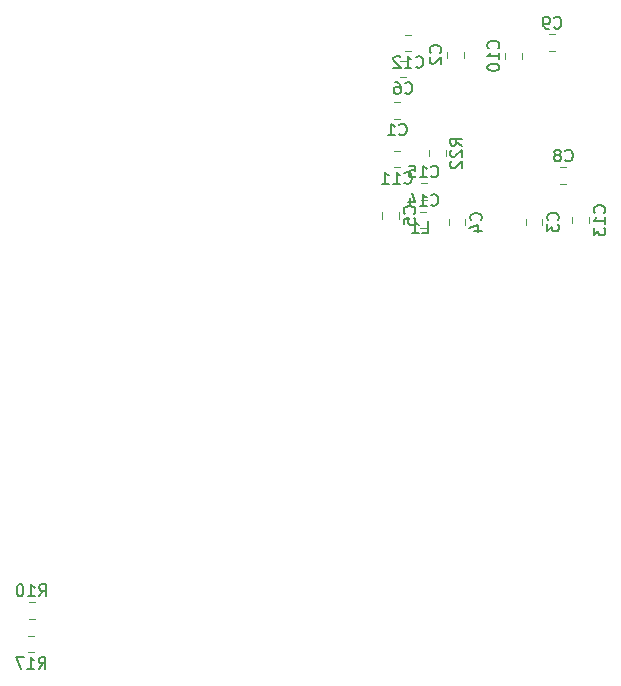
<source format=gbr>
%TF.GenerationSoftware,KiCad,Pcbnew,(5.1.10-1-10_14)*%
%TF.CreationDate,2021-10-15T10:29:32-04:00*%
%TF.ProjectId,main_controller,6d61696e-5f63-46f6-9e74-726f6c6c6572,rev?*%
%TF.SameCoordinates,Original*%
%TF.FileFunction,Legend,Bot*%
%TF.FilePolarity,Positive*%
%FSLAX46Y46*%
G04 Gerber Fmt 4.6, Leading zero omitted, Abs format (unit mm)*
G04 Created by KiCad (PCBNEW (5.1.10-1-10_14)) date 2021-10-15 10:29:32*
%MOMM*%
%LPD*%
G01*
G04 APERTURE LIST*
%ADD10C,0.120000*%
%ADD11C,0.150000*%
G04 APERTURE END LIST*
D10*
%TO.C,R17*%
X126741422Y-112215000D02*
X127258578Y-112215000D01*
X126741422Y-113635000D02*
X127258578Y-113635000D01*
%TO.C,R10*%
X127296078Y-110785000D02*
X126778922Y-110785000D01*
X127296078Y-109365000D02*
X126778922Y-109365000D01*
%TO.C,C15*%
X160483578Y-75335000D02*
X159966422Y-75335000D01*
X160483578Y-73915000D02*
X159966422Y-73915000D01*
%TO.C,C14*%
X160471078Y-77735000D02*
X159953922Y-77735000D01*
X160471078Y-76315000D02*
X159953922Y-76315000D01*
%TO.C,C13*%
X172815000Y-77321078D02*
X172815000Y-76803922D01*
X174235000Y-77321078D02*
X174235000Y-76803922D01*
%TO.C,C12*%
X158678922Y-61340000D02*
X159196078Y-61340000D01*
X158678922Y-62760000D02*
X159196078Y-62760000D01*
%TO.C,C11*%
X157703922Y-71165000D02*
X158221078Y-71165000D01*
X157703922Y-72585000D02*
X158221078Y-72585000D01*
%TO.C,C10*%
X168535000Y-62866422D02*
X168535000Y-63383578D01*
X167115000Y-62866422D02*
X167115000Y-63383578D01*
%TO.C,C9*%
X171371078Y-62735000D02*
X170853922Y-62735000D01*
X171371078Y-61315000D02*
X170853922Y-61315000D01*
%TO.C,C8*%
X172321078Y-73985000D02*
X171803922Y-73985000D01*
X172321078Y-72565000D02*
X171803922Y-72565000D01*
%TO.C,C6*%
X158241422Y-63540000D02*
X158758578Y-63540000D01*
X158241422Y-64960000D02*
X158758578Y-64960000D01*
%TO.C,C5*%
X156715000Y-76908578D02*
X156715000Y-76391422D01*
X158135000Y-76908578D02*
X158135000Y-76391422D01*
%TO.C,C4*%
X162340000Y-77496078D02*
X162340000Y-76978922D01*
X163760000Y-77496078D02*
X163760000Y-76978922D01*
%TO.C,C3*%
X168865000Y-77471078D02*
X168865000Y-76953922D01*
X170285000Y-77471078D02*
X170285000Y-76953922D01*
%TO.C,C2*%
X163635000Y-62766422D02*
X163635000Y-63283578D01*
X162215000Y-62766422D02*
X162215000Y-63283578D01*
%TO.C,C1*%
X157741422Y-67065000D02*
X158258578Y-67065000D01*
X157741422Y-68485000D02*
X158258578Y-68485000D01*
%TO.C,R22*%
X160665000Y-71633578D02*
X160665000Y-71116422D01*
X162085000Y-71633578D02*
X162085000Y-71116422D01*
%TO.C,L1*%
D11*
X160091666Y-78157380D02*
X160567857Y-78157380D01*
X160567857Y-77157380D01*
X159234523Y-78157380D02*
X159805952Y-78157380D01*
X159520238Y-78157380D02*
X159520238Y-77157380D01*
X159615476Y-77300238D01*
X159710714Y-77395476D01*
X159805952Y-77443095D01*
%TO.C,R17*%
X127642857Y-115027380D02*
X127976190Y-114551190D01*
X128214285Y-115027380D02*
X128214285Y-114027380D01*
X127833333Y-114027380D01*
X127738095Y-114075000D01*
X127690476Y-114122619D01*
X127642857Y-114217857D01*
X127642857Y-114360714D01*
X127690476Y-114455952D01*
X127738095Y-114503571D01*
X127833333Y-114551190D01*
X128214285Y-114551190D01*
X126690476Y-115027380D02*
X127261904Y-115027380D01*
X126976190Y-115027380D02*
X126976190Y-114027380D01*
X127071428Y-114170238D01*
X127166666Y-114265476D01*
X127261904Y-114313095D01*
X126357142Y-114027380D02*
X125690476Y-114027380D01*
X126119047Y-115027380D01*
%TO.C,R10*%
X127680357Y-108877380D02*
X128013690Y-108401190D01*
X128251785Y-108877380D02*
X128251785Y-107877380D01*
X127870833Y-107877380D01*
X127775595Y-107925000D01*
X127727976Y-107972619D01*
X127680357Y-108067857D01*
X127680357Y-108210714D01*
X127727976Y-108305952D01*
X127775595Y-108353571D01*
X127870833Y-108401190D01*
X128251785Y-108401190D01*
X126727976Y-108877380D02*
X127299404Y-108877380D01*
X127013690Y-108877380D02*
X127013690Y-107877380D01*
X127108928Y-108020238D01*
X127204166Y-108115476D01*
X127299404Y-108163095D01*
X126108928Y-107877380D02*
X126013690Y-107877380D01*
X125918452Y-107925000D01*
X125870833Y-107972619D01*
X125823214Y-108067857D01*
X125775595Y-108258333D01*
X125775595Y-108496428D01*
X125823214Y-108686904D01*
X125870833Y-108782142D01*
X125918452Y-108829761D01*
X126013690Y-108877380D01*
X126108928Y-108877380D01*
X126204166Y-108829761D01*
X126251785Y-108782142D01*
X126299404Y-108686904D01*
X126347023Y-108496428D01*
X126347023Y-108258333D01*
X126299404Y-108067857D01*
X126251785Y-107972619D01*
X126204166Y-107925000D01*
X126108928Y-107877380D01*
%TO.C,C15*%
X160867857Y-73332142D02*
X160915476Y-73379761D01*
X161058333Y-73427380D01*
X161153571Y-73427380D01*
X161296428Y-73379761D01*
X161391666Y-73284523D01*
X161439285Y-73189285D01*
X161486904Y-72998809D01*
X161486904Y-72855952D01*
X161439285Y-72665476D01*
X161391666Y-72570238D01*
X161296428Y-72475000D01*
X161153571Y-72427380D01*
X161058333Y-72427380D01*
X160915476Y-72475000D01*
X160867857Y-72522619D01*
X159915476Y-73427380D02*
X160486904Y-73427380D01*
X160201190Y-73427380D02*
X160201190Y-72427380D01*
X160296428Y-72570238D01*
X160391666Y-72665476D01*
X160486904Y-72713095D01*
X159010714Y-72427380D02*
X159486904Y-72427380D01*
X159534523Y-72903571D01*
X159486904Y-72855952D01*
X159391666Y-72808333D01*
X159153571Y-72808333D01*
X159058333Y-72855952D01*
X159010714Y-72903571D01*
X158963095Y-72998809D01*
X158963095Y-73236904D01*
X159010714Y-73332142D01*
X159058333Y-73379761D01*
X159153571Y-73427380D01*
X159391666Y-73427380D01*
X159486904Y-73379761D01*
X159534523Y-73332142D01*
%TO.C,C14*%
X160855357Y-75732142D02*
X160902976Y-75779761D01*
X161045833Y-75827380D01*
X161141071Y-75827380D01*
X161283928Y-75779761D01*
X161379166Y-75684523D01*
X161426785Y-75589285D01*
X161474404Y-75398809D01*
X161474404Y-75255952D01*
X161426785Y-75065476D01*
X161379166Y-74970238D01*
X161283928Y-74875000D01*
X161141071Y-74827380D01*
X161045833Y-74827380D01*
X160902976Y-74875000D01*
X160855357Y-74922619D01*
X159902976Y-75827380D02*
X160474404Y-75827380D01*
X160188690Y-75827380D02*
X160188690Y-74827380D01*
X160283928Y-74970238D01*
X160379166Y-75065476D01*
X160474404Y-75113095D01*
X159045833Y-75160714D02*
X159045833Y-75827380D01*
X159283928Y-74779761D02*
X159522023Y-75494047D01*
X158902976Y-75494047D01*
%TO.C,C13*%
X175532142Y-76419642D02*
X175579761Y-76372023D01*
X175627380Y-76229166D01*
X175627380Y-76133928D01*
X175579761Y-75991071D01*
X175484523Y-75895833D01*
X175389285Y-75848214D01*
X175198809Y-75800595D01*
X175055952Y-75800595D01*
X174865476Y-75848214D01*
X174770238Y-75895833D01*
X174675000Y-75991071D01*
X174627380Y-76133928D01*
X174627380Y-76229166D01*
X174675000Y-76372023D01*
X174722619Y-76419642D01*
X175627380Y-77372023D02*
X175627380Y-76800595D01*
X175627380Y-77086309D02*
X174627380Y-77086309D01*
X174770238Y-76991071D01*
X174865476Y-76895833D01*
X174913095Y-76800595D01*
X174627380Y-77705357D02*
X174627380Y-78324404D01*
X175008333Y-77991071D01*
X175008333Y-78133928D01*
X175055952Y-78229166D01*
X175103571Y-78276785D01*
X175198809Y-78324404D01*
X175436904Y-78324404D01*
X175532142Y-78276785D01*
X175579761Y-78229166D01*
X175627380Y-78133928D01*
X175627380Y-77848214D01*
X175579761Y-77752976D01*
X175532142Y-77705357D01*
%TO.C,C12*%
X159580357Y-64057142D02*
X159627976Y-64104761D01*
X159770833Y-64152380D01*
X159866071Y-64152380D01*
X160008928Y-64104761D01*
X160104166Y-64009523D01*
X160151785Y-63914285D01*
X160199404Y-63723809D01*
X160199404Y-63580952D01*
X160151785Y-63390476D01*
X160104166Y-63295238D01*
X160008928Y-63200000D01*
X159866071Y-63152380D01*
X159770833Y-63152380D01*
X159627976Y-63200000D01*
X159580357Y-63247619D01*
X158627976Y-64152380D02*
X159199404Y-64152380D01*
X158913690Y-64152380D02*
X158913690Y-63152380D01*
X159008928Y-63295238D01*
X159104166Y-63390476D01*
X159199404Y-63438095D01*
X158247023Y-63247619D02*
X158199404Y-63200000D01*
X158104166Y-63152380D01*
X157866071Y-63152380D01*
X157770833Y-63200000D01*
X157723214Y-63247619D01*
X157675595Y-63342857D01*
X157675595Y-63438095D01*
X157723214Y-63580952D01*
X158294642Y-64152380D01*
X157675595Y-64152380D01*
%TO.C,C11*%
X158605357Y-73882142D02*
X158652976Y-73929761D01*
X158795833Y-73977380D01*
X158891071Y-73977380D01*
X159033928Y-73929761D01*
X159129166Y-73834523D01*
X159176785Y-73739285D01*
X159224404Y-73548809D01*
X159224404Y-73405952D01*
X159176785Y-73215476D01*
X159129166Y-73120238D01*
X159033928Y-73025000D01*
X158891071Y-72977380D01*
X158795833Y-72977380D01*
X158652976Y-73025000D01*
X158605357Y-73072619D01*
X157652976Y-73977380D02*
X158224404Y-73977380D01*
X157938690Y-73977380D02*
X157938690Y-72977380D01*
X158033928Y-73120238D01*
X158129166Y-73215476D01*
X158224404Y-73263095D01*
X156700595Y-73977380D02*
X157272023Y-73977380D01*
X156986309Y-73977380D02*
X156986309Y-72977380D01*
X157081547Y-73120238D01*
X157176785Y-73215476D01*
X157272023Y-73263095D01*
%TO.C,C10*%
X166532142Y-62482142D02*
X166579761Y-62434523D01*
X166627380Y-62291666D01*
X166627380Y-62196428D01*
X166579761Y-62053571D01*
X166484523Y-61958333D01*
X166389285Y-61910714D01*
X166198809Y-61863095D01*
X166055952Y-61863095D01*
X165865476Y-61910714D01*
X165770238Y-61958333D01*
X165675000Y-62053571D01*
X165627380Y-62196428D01*
X165627380Y-62291666D01*
X165675000Y-62434523D01*
X165722619Y-62482142D01*
X166627380Y-63434523D02*
X166627380Y-62863095D01*
X166627380Y-63148809D02*
X165627380Y-63148809D01*
X165770238Y-63053571D01*
X165865476Y-62958333D01*
X165913095Y-62863095D01*
X165627380Y-64053571D02*
X165627380Y-64148809D01*
X165675000Y-64244047D01*
X165722619Y-64291666D01*
X165817857Y-64339285D01*
X166008333Y-64386904D01*
X166246428Y-64386904D01*
X166436904Y-64339285D01*
X166532142Y-64291666D01*
X166579761Y-64244047D01*
X166627380Y-64148809D01*
X166627380Y-64053571D01*
X166579761Y-63958333D01*
X166532142Y-63910714D01*
X166436904Y-63863095D01*
X166246428Y-63815476D01*
X166008333Y-63815476D01*
X165817857Y-63863095D01*
X165722619Y-63910714D01*
X165675000Y-63958333D01*
X165627380Y-64053571D01*
%TO.C,C9*%
X171279166Y-60732142D02*
X171326785Y-60779761D01*
X171469642Y-60827380D01*
X171564880Y-60827380D01*
X171707738Y-60779761D01*
X171802976Y-60684523D01*
X171850595Y-60589285D01*
X171898214Y-60398809D01*
X171898214Y-60255952D01*
X171850595Y-60065476D01*
X171802976Y-59970238D01*
X171707738Y-59875000D01*
X171564880Y-59827380D01*
X171469642Y-59827380D01*
X171326785Y-59875000D01*
X171279166Y-59922619D01*
X170802976Y-60827380D02*
X170612500Y-60827380D01*
X170517261Y-60779761D01*
X170469642Y-60732142D01*
X170374404Y-60589285D01*
X170326785Y-60398809D01*
X170326785Y-60017857D01*
X170374404Y-59922619D01*
X170422023Y-59875000D01*
X170517261Y-59827380D01*
X170707738Y-59827380D01*
X170802976Y-59875000D01*
X170850595Y-59922619D01*
X170898214Y-60017857D01*
X170898214Y-60255952D01*
X170850595Y-60351190D01*
X170802976Y-60398809D01*
X170707738Y-60446428D01*
X170517261Y-60446428D01*
X170422023Y-60398809D01*
X170374404Y-60351190D01*
X170326785Y-60255952D01*
%TO.C,C8*%
X172229166Y-71982142D02*
X172276785Y-72029761D01*
X172419642Y-72077380D01*
X172514880Y-72077380D01*
X172657738Y-72029761D01*
X172752976Y-71934523D01*
X172800595Y-71839285D01*
X172848214Y-71648809D01*
X172848214Y-71505952D01*
X172800595Y-71315476D01*
X172752976Y-71220238D01*
X172657738Y-71125000D01*
X172514880Y-71077380D01*
X172419642Y-71077380D01*
X172276785Y-71125000D01*
X172229166Y-71172619D01*
X171657738Y-71505952D02*
X171752976Y-71458333D01*
X171800595Y-71410714D01*
X171848214Y-71315476D01*
X171848214Y-71267857D01*
X171800595Y-71172619D01*
X171752976Y-71125000D01*
X171657738Y-71077380D01*
X171467261Y-71077380D01*
X171372023Y-71125000D01*
X171324404Y-71172619D01*
X171276785Y-71267857D01*
X171276785Y-71315476D01*
X171324404Y-71410714D01*
X171372023Y-71458333D01*
X171467261Y-71505952D01*
X171657738Y-71505952D01*
X171752976Y-71553571D01*
X171800595Y-71601190D01*
X171848214Y-71696428D01*
X171848214Y-71886904D01*
X171800595Y-71982142D01*
X171752976Y-72029761D01*
X171657738Y-72077380D01*
X171467261Y-72077380D01*
X171372023Y-72029761D01*
X171324404Y-71982142D01*
X171276785Y-71886904D01*
X171276785Y-71696428D01*
X171324404Y-71601190D01*
X171372023Y-71553571D01*
X171467261Y-71505952D01*
%TO.C,C6*%
X158666666Y-66257142D02*
X158714285Y-66304761D01*
X158857142Y-66352380D01*
X158952380Y-66352380D01*
X159095238Y-66304761D01*
X159190476Y-66209523D01*
X159238095Y-66114285D01*
X159285714Y-65923809D01*
X159285714Y-65780952D01*
X159238095Y-65590476D01*
X159190476Y-65495238D01*
X159095238Y-65400000D01*
X158952380Y-65352380D01*
X158857142Y-65352380D01*
X158714285Y-65400000D01*
X158666666Y-65447619D01*
X157809523Y-65352380D02*
X158000000Y-65352380D01*
X158095238Y-65400000D01*
X158142857Y-65447619D01*
X158238095Y-65590476D01*
X158285714Y-65780952D01*
X158285714Y-66161904D01*
X158238095Y-66257142D01*
X158190476Y-66304761D01*
X158095238Y-66352380D01*
X157904761Y-66352380D01*
X157809523Y-66304761D01*
X157761904Y-66257142D01*
X157714285Y-66161904D01*
X157714285Y-65923809D01*
X157761904Y-65828571D01*
X157809523Y-65780952D01*
X157904761Y-65733333D01*
X158095238Y-65733333D01*
X158190476Y-65780952D01*
X158238095Y-65828571D01*
X158285714Y-65923809D01*
%TO.C,C5*%
X159432142Y-76483333D02*
X159479761Y-76435714D01*
X159527380Y-76292857D01*
X159527380Y-76197619D01*
X159479761Y-76054761D01*
X159384523Y-75959523D01*
X159289285Y-75911904D01*
X159098809Y-75864285D01*
X158955952Y-75864285D01*
X158765476Y-75911904D01*
X158670238Y-75959523D01*
X158575000Y-76054761D01*
X158527380Y-76197619D01*
X158527380Y-76292857D01*
X158575000Y-76435714D01*
X158622619Y-76483333D01*
X158527380Y-77388095D02*
X158527380Y-76911904D01*
X159003571Y-76864285D01*
X158955952Y-76911904D01*
X158908333Y-77007142D01*
X158908333Y-77245238D01*
X158955952Y-77340476D01*
X159003571Y-77388095D01*
X159098809Y-77435714D01*
X159336904Y-77435714D01*
X159432142Y-77388095D01*
X159479761Y-77340476D01*
X159527380Y-77245238D01*
X159527380Y-77007142D01*
X159479761Y-76911904D01*
X159432142Y-76864285D01*
%TO.C,C4*%
X165057142Y-77070833D02*
X165104761Y-77023214D01*
X165152380Y-76880357D01*
X165152380Y-76785119D01*
X165104761Y-76642261D01*
X165009523Y-76547023D01*
X164914285Y-76499404D01*
X164723809Y-76451785D01*
X164580952Y-76451785D01*
X164390476Y-76499404D01*
X164295238Y-76547023D01*
X164200000Y-76642261D01*
X164152380Y-76785119D01*
X164152380Y-76880357D01*
X164200000Y-77023214D01*
X164247619Y-77070833D01*
X164485714Y-77927976D02*
X165152380Y-77927976D01*
X164104761Y-77689880D02*
X164819047Y-77451785D01*
X164819047Y-78070833D01*
%TO.C,C3*%
X171582142Y-77045833D02*
X171629761Y-76998214D01*
X171677380Y-76855357D01*
X171677380Y-76760119D01*
X171629761Y-76617261D01*
X171534523Y-76522023D01*
X171439285Y-76474404D01*
X171248809Y-76426785D01*
X171105952Y-76426785D01*
X170915476Y-76474404D01*
X170820238Y-76522023D01*
X170725000Y-76617261D01*
X170677380Y-76760119D01*
X170677380Y-76855357D01*
X170725000Y-76998214D01*
X170772619Y-77045833D01*
X170677380Y-77379166D02*
X170677380Y-77998214D01*
X171058333Y-77664880D01*
X171058333Y-77807738D01*
X171105952Y-77902976D01*
X171153571Y-77950595D01*
X171248809Y-77998214D01*
X171486904Y-77998214D01*
X171582142Y-77950595D01*
X171629761Y-77902976D01*
X171677380Y-77807738D01*
X171677380Y-77522023D01*
X171629761Y-77426785D01*
X171582142Y-77379166D01*
%TO.C,C2*%
X161632142Y-62858333D02*
X161679761Y-62810714D01*
X161727380Y-62667857D01*
X161727380Y-62572619D01*
X161679761Y-62429761D01*
X161584523Y-62334523D01*
X161489285Y-62286904D01*
X161298809Y-62239285D01*
X161155952Y-62239285D01*
X160965476Y-62286904D01*
X160870238Y-62334523D01*
X160775000Y-62429761D01*
X160727380Y-62572619D01*
X160727380Y-62667857D01*
X160775000Y-62810714D01*
X160822619Y-62858333D01*
X160822619Y-63239285D02*
X160775000Y-63286904D01*
X160727380Y-63382142D01*
X160727380Y-63620238D01*
X160775000Y-63715476D01*
X160822619Y-63763095D01*
X160917857Y-63810714D01*
X161013095Y-63810714D01*
X161155952Y-63763095D01*
X161727380Y-63191666D01*
X161727380Y-63810714D01*
%TO.C,C1*%
X158166666Y-69782142D02*
X158214285Y-69829761D01*
X158357142Y-69877380D01*
X158452380Y-69877380D01*
X158595238Y-69829761D01*
X158690476Y-69734523D01*
X158738095Y-69639285D01*
X158785714Y-69448809D01*
X158785714Y-69305952D01*
X158738095Y-69115476D01*
X158690476Y-69020238D01*
X158595238Y-68925000D01*
X158452380Y-68877380D01*
X158357142Y-68877380D01*
X158214285Y-68925000D01*
X158166666Y-68972619D01*
X157214285Y-69877380D02*
X157785714Y-69877380D01*
X157500000Y-69877380D02*
X157500000Y-68877380D01*
X157595238Y-69020238D01*
X157690476Y-69115476D01*
X157785714Y-69163095D01*
%TO.C,R22*%
X163477380Y-70732142D02*
X163001190Y-70398809D01*
X163477380Y-70160714D02*
X162477380Y-70160714D01*
X162477380Y-70541666D01*
X162525000Y-70636904D01*
X162572619Y-70684523D01*
X162667857Y-70732142D01*
X162810714Y-70732142D01*
X162905952Y-70684523D01*
X162953571Y-70636904D01*
X163001190Y-70541666D01*
X163001190Y-70160714D01*
X162572619Y-71113095D02*
X162525000Y-71160714D01*
X162477380Y-71255952D01*
X162477380Y-71494047D01*
X162525000Y-71589285D01*
X162572619Y-71636904D01*
X162667857Y-71684523D01*
X162763095Y-71684523D01*
X162905952Y-71636904D01*
X163477380Y-71065476D01*
X163477380Y-71684523D01*
X162572619Y-72065476D02*
X162525000Y-72113095D01*
X162477380Y-72208333D01*
X162477380Y-72446428D01*
X162525000Y-72541666D01*
X162572619Y-72589285D01*
X162667857Y-72636904D01*
X162763095Y-72636904D01*
X162905952Y-72589285D01*
X163477380Y-72017857D01*
X163477380Y-72636904D01*
%TD*%
M02*

</source>
